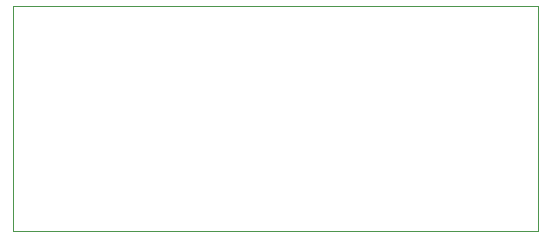
<source format=gbr>
G04 #@! TF.GenerationSoftware,KiCad,Pcbnew,(5.1.7)-1*
G04 #@! TF.CreationDate,2021-02-01T17:00:47-08:00*
G04 #@! TF.ProjectId,Conductivity_Sensor_v2,436f6e64-7563-4746-9976-6974795f5365,rev?*
G04 #@! TF.SameCoordinates,Original*
G04 #@! TF.FileFunction,Profile,NP*
%FSLAX46Y46*%
G04 Gerber Fmt 4.6, Leading zero omitted, Abs format (unit mm)*
G04 Created by KiCad (PCBNEW (5.1.7)-1) date 2021-02-01 17:00:47*
%MOMM*%
%LPD*%
G01*
G04 APERTURE LIST*
G04 #@! TA.AperFunction,Profile*
%ADD10C,0.050000*%
G04 #@! TD*
G04 APERTURE END LIST*
D10*
X101600000Y-69850000D02*
X146050000Y-69850000D01*
X146050000Y-50800000D02*
X101600000Y-50800000D01*
X146050000Y-69850000D02*
X146050000Y-50800000D01*
X101600000Y-50800000D02*
X101600000Y-69850000D01*
M02*

</source>
